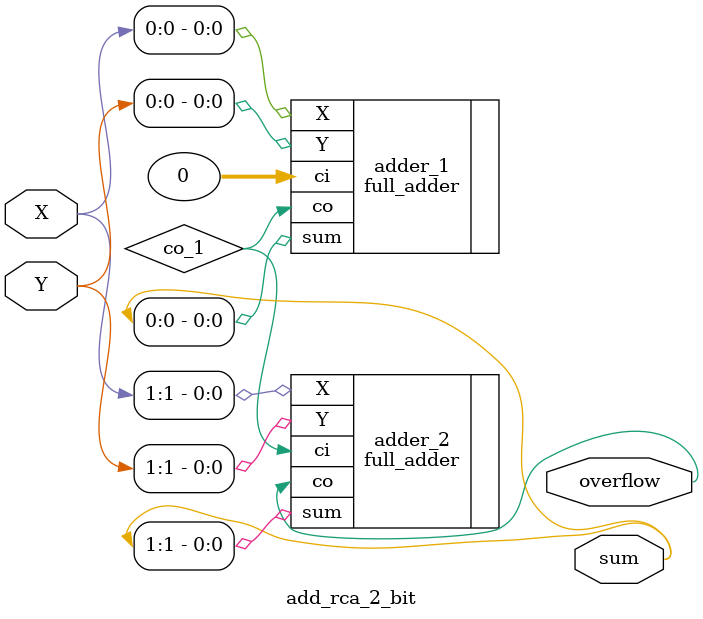
<source format=v>
`timescale 1ns / 1ps
`default_nettype none //helps catch typo-related bugs

module add_rca_2_bit(X,Y,sum,overflow);
	input wire [1:0] X, Y;
	output wire [1:0] sum;
	output wire overflow;
	wire co_1;

	full_adder adder_1 (
		.X  (X[0]),
		.Y  (Y[0]),
		.ci (0),
		.sum(sum[0]),
		.co (co_1)
	);

	full_adder adder_2 (
		.X  (X[1]),
		.Y  (Y[1]),
		.ci (co_1),
		.sum(sum[1]),
		.co (overflow),
	);
	
endmodule
`default_nettype wire //some Xilinx IP requires that the default_nettype be set to wire
</source>
